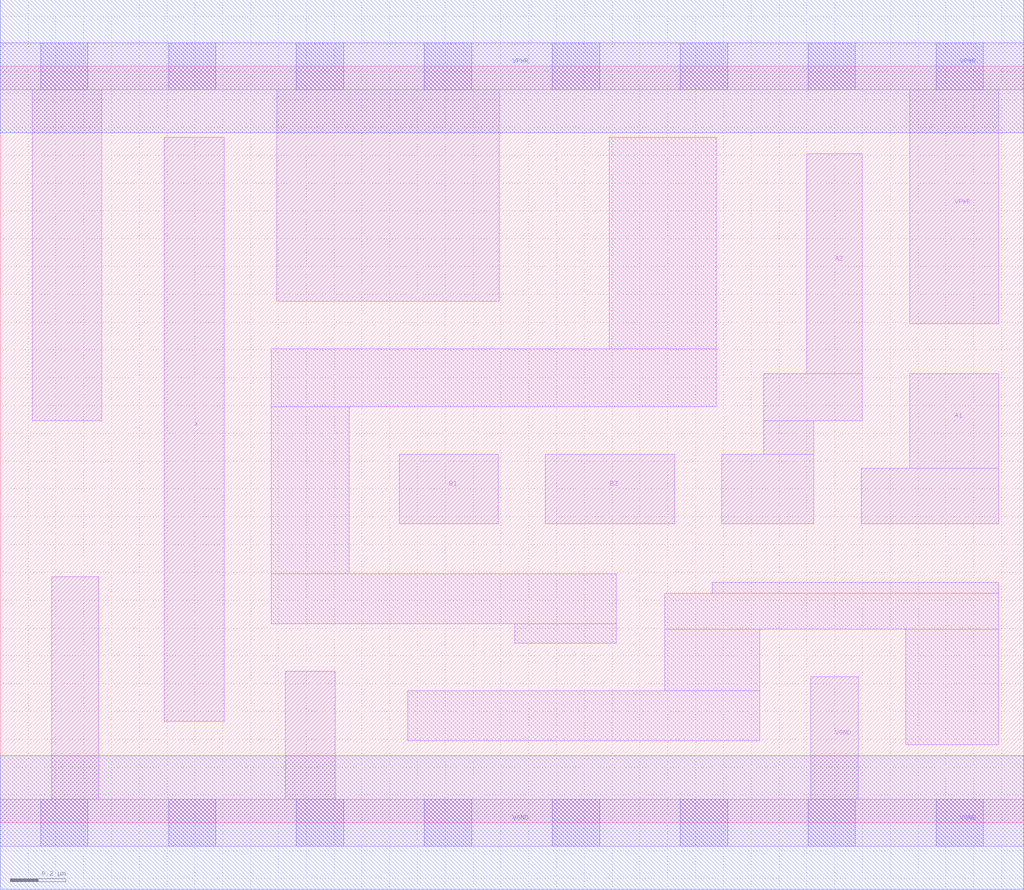
<source format=lef>
# Copyright 2020 The SkyWater PDK Authors
#
# Licensed under the Apache License, Version 2.0 (the "License");
# you may not use this file except in compliance with the License.
# You may obtain a copy of the License at
#
#     https://www.apache.org/licenses/LICENSE-2.0
#
# Unless required by applicable law or agreed to in writing, software
# distributed under the License is distributed on an "AS IS" BASIS,
# WITHOUT WARRANTIES OR CONDITIONS OF ANY KIND, either express or implied.
# See the License for the specific language governing permissions and
# limitations under the License.
#
# SPDX-License-Identifier: Apache-2.0

VERSION 5.7 ;
  NAMESCASESENSITIVE ON ;
  NOWIREEXTENSIONATPIN ON ;
  DIVIDERCHAR "/" ;
  BUSBITCHARS "[]" ;
UNITS
  DATABASE MICRONS 200 ;
END UNITS
MACRO sky130_fd_sc_hd__o22a_2
  CLASS CORE ;
  SOURCE USER ;
  FOREIGN sky130_fd_sc_hd__o22a_2 ;
  ORIGIN  0.000000  0.000000 ;
  SIZE  3.680000 BY  2.720000 ;
  SYMMETRY X Y R90 ;
  SITE unithd ;
  PIN A1
    ANTENNAGATEAREA  0.247500 ;
    DIRECTION INPUT ;
    USE SIGNAL ;
    PORT
      LAYER li1 ;
        RECT 3.095000 1.075000 3.590000 1.275000 ;
        RECT 3.270000 1.275000 3.590000 1.615000 ;
    END
  END A1
  PIN A2
    ANTENNAGATEAREA  0.247500 ;
    DIRECTION INPUT ;
    USE SIGNAL ;
    PORT
      LAYER li1 ;
        RECT 2.595000 1.075000 2.925000 1.325000 ;
        RECT 2.745000 1.325000 2.925000 1.445000 ;
        RECT 2.745000 1.445000 3.100000 1.615000 ;
        RECT 2.900000 1.615000 3.100000 2.405000 ;
    END
  END A2
  PIN B1
    ANTENNAGATEAREA  0.247500 ;
    DIRECTION INPUT ;
    USE SIGNAL ;
    PORT
      LAYER li1 ;
        RECT 1.435000 1.075000 1.790000 1.325000 ;
    END
  END B1
  PIN B2
    ANTENNAGATEAREA  0.247500 ;
    DIRECTION INPUT ;
    USE SIGNAL ;
    PORT
      LAYER li1 ;
        RECT 1.960000 1.075000 2.425000 1.325000 ;
    END
  END B2
  PIN X
    ANTENNADIFFAREA  0.445500 ;
    DIRECTION OUTPUT ;
    USE SIGNAL ;
    PORT
      LAYER li1 ;
        RECT 0.590000 0.365000 0.805000 2.465000 ;
    END
  END X
  PIN VGND
    DIRECTION INOUT ;
    SHAPE ABUTMENT ;
    USE GROUND ;
    PORT
      LAYER li1 ;
        RECT 0.000000 -0.085000 3.680000 0.085000 ;
        RECT 0.185000  0.085000 0.355000 0.885000 ;
        RECT 1.025000  0.085000 1.205000 0.545000 ;
        RECT 2.915000  0.085000 3.085000 0.525000 ;
      LAYER mcon ;
        RECT 0.145000 -0.085000 0.315000 0.085000 ;
        RECT 0.605000 -0.085000 0.775000 0.085000 ;
        RECT 1.065000 -0.085000 1.235000 0.085000 ;
        RECT 1.525000 -0.085000 1.695000 0.085000 ;
        RECT 1.985000 -0.085000 2.155000 0.085000 ;
        RECT 2.445000 -0.085000 2.615000 0.085000 ;
        RECT 2.905000 -0.085000 3.075000 0.085000 ;
        RECT 3.365000 -0.085000 3.535000 0.085000 ;
      LAYER met1 ;
        RECT 0.000000 -0.240000 3.680000 0.240000 ;
    END
  END VGND
  PIN VPWR
    DIRECTION INOUT ;
    SHAPE ABUTMENT ;
    USE POWER ;
    PORT
      LAYER li1 ;
        RECT 0.000000 2.635000 3.680000 2.805000 ;
        RECT 0.115000 1.445000 0.365000 2.635000 ;
        RECT 0.995000 1.875000 1.795000 2.635000 ;
        RECT 3.270000 1.795000 3.590000 2.635000 ;
      LAYER mcon ;
        RECT 0.145000 2.635000 0.315000 2.805000 ;
        RECT 0.605000 2.635000 0.775000 2.805000 ;
        RECT 1.065000 2.635000 1.235000 2.805000 ;
        RECT 1.525000 2.635000 1.695000 2.805000 ;
        RECT 1.985000 2.635000 2.155000 2.805000 ;
        RECT 2.445000 2.635000 2.615000 2.805000 ;
        RECT 2.905000 2.635000 3.075000 2.805000 ;
        RECT 3.365000 2.635000 3.535000 2.805000 ;
      LAYER met1 ;
        RECT 0.000000 2.480000 3.680000 2.960000 ;
    END
  END VPWR
  OBS
    LAYER li1 ;
      RECT 0.975000 0.715000 2.215000 0.895000 ;
      RECT 0.975000 0.895000 1.255000 1.495000 ;
      RECT 0.975000 1.495000 2.575000 1.705000 ;
      RECT 1.465000 0.295000 2.730000 0.475000 ;
      RECT 1.850000 0.645000 2.215000 0.715000 ;
      RECT 2.190000 1.705000 2.575000 2.465000 ;
      RECT 2.390000 0.475000 2.730000 0.695000 ;
      RECT 2.390000 0.695000 3.590000 0.825000 ;
      RECT 2.560000 0.825000 3.590000 0.865000 ;
      RECT 3.255000 0.280000 3.590000 0.695000 ;
  END
END sky130_fd_sc_hd__o22a_2
END LIBRARY

</source>
